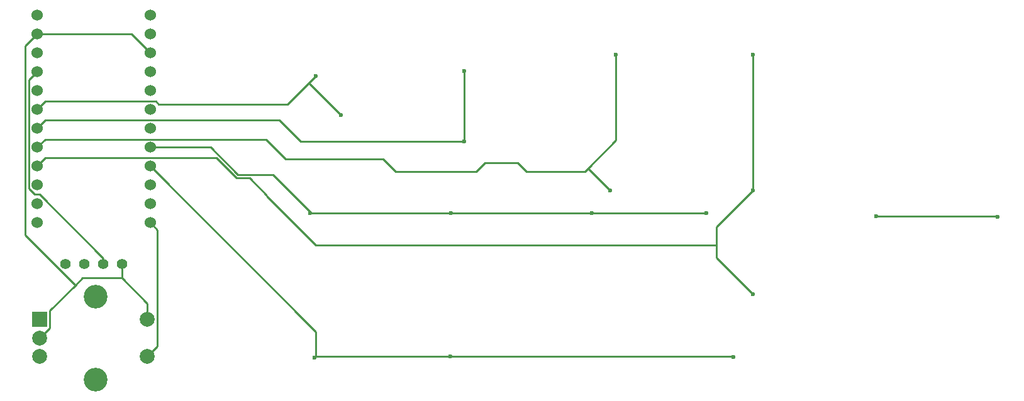
<source format=gtl>
G04 #@! TF.GenerationSoftware,KiCad,Pcbnew,(6.0.5)*
G04 #@! TF.CreationDate,2022-06-04T00:44:28+02:00*
G04 #@! TF.ProjectId,cheap_deck,63686561-705f-4646-9563-6b2e6b696361,3.0.1*
G04 #@! TF.SameCoordinates,Original*
G04 #@! TF.FileFunction,Copper,L1,Top*
G04 #@! TF.FilePolarity,Positive*
%FSLAX46Y46*%
G04 Gerber Fmt 4.6, Leading zero omitted, Abs format (unit mm)*
G04 Created by KiCad (PCBNEW (6.0.5)) date 2022-06-04 00:44:28*
%MOMM*%
%LPD*%
G01*
G04 APERTURE LIST*
G04 #@! TA.AperFunction,ComponentPad*
%ADD10C,1.524000*%
G04 #@! TD*
G04 #@! TA.AperFunction,ComponentPad*
%ADD11C,1.397000*%
G04 #@! TD*
G04 #@! TA.AperFunction,ComponentPad*
%ADD12C,2.000000*%
G04 #@! TD*
G04 #@! TA.AperFunction,ComponentPad*
%ADD13C,3.200000*%
G04 #@! TD*
G04 #@! TA.AperFunction,ComponentPad*
%ADD14R,2.000000X2.000000*%
G04 #@! TD*
G04 #@! TA.AperFunction,ViaPad*
%ADD15C,0.600000*%
G04 #@! TD*
G04 #@! TA.AperFunction,Conductor*
%ADD16C,0.250000*%
G04 #@! TD*
G04 APERTURE END LIST*
D10*
X88695000Y-35223800D03*
X88695000Y-37763800D03*
X88695000Y-40303800D03*
X88695000Y-42843800D03*
X88695000Y-45383800D03*
X88695000Y-47923800D03*
X88695000Y-50463800D03*
X88695000Y-53003800D03*
X88695000Y-55543800D03*
X88695000Y-58083800D03*
X88695000Y-60623800D03*
X88695000Y-63163800D03*
X73475000Y-63163800D03*
X73475000Y-60623800D03*
X73475000Y-58083800D03*
X73475000Y-55543800D03*
X73475000Y-53003800D03*
X73475000Y-50463800D03*
X73475000Y-47923800D03*
X73475000Y-45383800D03*
X73475000Y-42843800D03*
X73475000Y-40303800D03*
X73475000Y-37763800D03*
X73475000Y-35223800D03*
D11*
X77257500Y-68700000D03*
X79797500Y-68700000D03*
X82337500Y-68700000D03*
X84877500Y-68700000D03*
D12*
X88317500Y-76182400D03*
X88317500Y-81182400D03*
D13*
X81317500Y-84282400D03*
X81317500Y-73082400D03*
D12*
X73817500Y-78682400D03*
X73817500Y-81182400D03*
D14*
X73817500Y-76182400D03*
D15*
X169803400Y-72753200D03*
X169782900Y-58847300D03*
X169782900Y-40481600D03*
X151392600Y-40481600D03*
X150629900Y-58847300D03*
X130984200Y-42693600D03*
X130984200Y-52226700D03*
X114357700Y-48637300D03*
X110972700Y-43353900D03*
X129091000Y-81179300D03*
X167172400Y-81274600D03*
X110843200Y-81337600D03*
X148147300Y-61893700D03*
X129161000Y-61893700D03*
X110187800Y-61893700D03*
X202737100Y-62384600D03*
X186428500Y-62311300D03*
X163570800Y-61893700D03*
D16*
X72381800Y-43937000D02*
X73475000Y-42843800D01*
X72381800Y-58573400D02*
X72381800Y-43937000D01*
X73162200Y-59353800D02*
X72381800Y-58573400D01*
X73764800Y-59353800D02*
X73162200Y-59353800D01*
X82337500Y-67926500D02*
X73764800Y-59353800D01*
X82337500Y-68700000D02*
X82337500Y-67926500D01*
X89675500Y-64144300D02*
X88695000Y-63163800D01*
X89675500Y-79824400D02*
X89675500Y-64144300D01*
X88317500Y-81182400D02*
X89675500Y-79824400D01*
X110998400Y-66164200D02*
X164898300Y-66164200D01*
X104387900Y-59553700D02*
X110998400Y-66164200D01*
X104387900Y-59449600D02*
X104387900Y-59553700D01*
X102055400Y-57117100D02*
X104387900Y-59449600D01*
X100276300Y-57117100D02*
X102055400Y-57117100D01*
X97570100Y-54410900D02*
X100276300Y-57117100D01*
X74607900Y-54410900D02*
X97570100Y-54410900D01*
X73475000Y-55543800D02*
X74607900Y-54410900D01*
X164898300Y-67848100D02*
X169803400Y-72753200D01*
X164898300Y-66164200D02*
X164898300Y-67848100D01*
X164898300Y-63731900D02*
X169782900Y-58847300D01*
X164898300Y-66164200D02*
X164898300Y-63731900D01*
X169782900Y-58847300D02*
X169782900Y-40481600D01*
X147624500Y-55841900D02*
X150629900Y-58847300D01*
X147186200Y-56280200D02*
X147624500Y-55841900D01*
X139317100Y-56280200D02*
X147186200Y-56280200D01*
X138122200Y-55085300D02*
X139317100Y-56280200D01*
X133723800Y-55085300D02*
X138122200Y-55085300D01*
X132565400Y-56243700D02*
X133723800Y-55085300D01*
X121733000Y-56243700D02*
X132565400Y-56243700D01*
X120040300Y-54551000D02*
X121733000Y-56243700D01*
X106948700Y-54551000D02*
X120040300Y-54551000D01*
X104311000Y-51913300D02*
X106948700Y-54551000D01*
X74565500Y-51913300D02*
X104311000Y-51913300D01*
X73475000Y-53003800D02*
X74565500Y-51913300D01*
X151392600Y-52073800D02*
X151392600Y-40481600D01*
X147624500Y-55841900D02*
X151392600Y-52073800D01*
X108906800Y-52226700D02*
X130984200Y-52226700D01*
X106042700Y-49362600D02*
X108906800Y-52226700D01*
X74576200Y-49362600D02*
X106042700Y-49362600D01*
X73475000Y-50463800D02*
X74576200Y-49362600D01*
X130984200Y-52226700D02*
X130984200Y-42693600D01*
X107139600Y-47187000D02*
X110023500Y-44303100D01*
X89827000Y-47187000D02*
X107139600Y-47187000D01*
X89458400Y-46818400D02*
X89827000Y-47187000D01*
X74580400Y-46818400D02*
X89458400Y-46818400D01*
X73475000Y-47923800D02*
X74580400Y-46818400D01*
X110023500Y-44303100D02*
X114357700Y-48637300D01*
X110023500Y-44303100D02*
X110972700Y-43353900D01*
X86155000Y-37763800D02*
X73475000Y-37763800D01*
X88695000Y-40303800D02*
X86155000Y-37763800D01*
X71879400Y-64827500D02*
X78601300Y-71549300D01*
X71879400Y-39359400D02*
X71879400Y-64827500D01*
X73475000Y-37763800D02*
X71879400Y-39359400D01*
X75142900Y-77357000D02*
X73817500Y-78682400D01*
X75142900Y-75007700D02*
X75142900Y-77357000D01*
X78601300Y-71549300D02*
X75142900Y-75007700D01*
X84877500Y-70581000D02*
X84877500Y-68700000D01*
X88317500Y-74021000D02*
X84877500Y-70581000D01*
X88317500Y-76182400D02*
X88317500Y-74021000D01*
X79569600Y-70581000D02*
X78601300Y-71549300D01*
X84877500Y-70581000D02*
X79569600Y-70581000D01*
X167077100Y-81179300D02*
X129091000Y-81179300D01*
X167172400Y-81274600D02*
X167077100Y-81179300D01*
X111001500Y-77850300D02*
X88695000Y-55543800D01*
X111001500Y-81179300D02*
X111001500Y-77850300D01*
X129091000Y-81179300D02*
X111001500Y-81179300D01*
X111001500Y-81179300D02*
X110843200Y-81337600D01*
X148147300Y-61893700D02*
X129161000Y-61893700D01*
X129161000Y-61893700D02*
X110187800Y-61893700D01*
X96800000Y-53003800D02*
X88695000Y-53003800D01*
X100463000Y-56666800D02*
X96800000Y-53003800D01*
X105202400Y-56666800D02*
X100463000Y-56666800D01*
X110187800Y-61652200D02*
X105202400Y-56666800D01*
X110187800Y-61893700D02*
X110187800Y-61652200D01*
X202663800Y-62311300D02*
X186428500Y-62311300D01*
X202737100Y-62384600D02*
X202663800Y-62311300D01*
X163570800Y-61893700D02*
X148147300Y-61893700D01*
M02*

</source>
